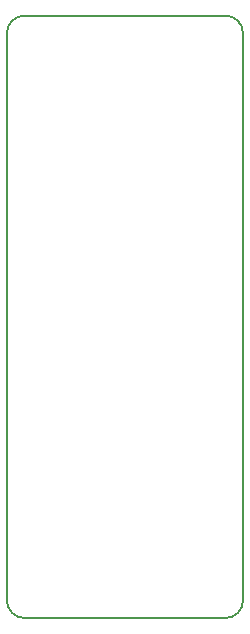
<source format=gbr>
%TF.GenerationSoftware,KiCad,Pcbnew,(7.0.0-0)*%
%TF.CreationDate,2023-06-28T18:09:58+08:00*%
%TF.ProjectId,thumb3,7468756d-6233-42e6-9b69-6361645f7063,v1.0.0*%
%TF.SameCoordinates,Original*%
%TF.FileFunction,Profile,NP*%
%FSLAX46Y46*%
G04 Gerber Fmt 4.6, Leading zero omitted, Abs format (unit mm)*
G04 Created by KiCad (PCBNEW (7.0.0-0)) date 2023-06-28 18:09:58*
%MOMM*%
%LPD*%
G01*
G04 APERTURE LIST*
%TA.AperFunction,Profile*%
%ADD10C,0.150000*%
%TD*%
G04 APERTURE END LIST*
D10*
X-8500000Y-8500000D02*
X8500000Y-8500000D01*
X10000000Y-7000000D02*
X10000000Y41000000D01*
X-10000000Y-7000000D02*
X-10000000Y41000000D01*
X8500000Y42500000D02*
X-8500000Y42500000D01*
X8500000Y-8500000D02*
G75*
G03*
X10000000Y-7000000I0J1500000D01*
G01*
X10000000Y41000000D02*
G75*
G03*
X8500000Y42500000I-1500000J0D01*
G01*
X-8500000Y42500000D02*
G75*
G03*
X-10000000Y41000000I0J-1500000D01*
G01*
X-10000000Y-7000000D02*
G75*
G03*
X-8500000Y-8500000I1500000J0D01*
G01*
M02*

</source>
